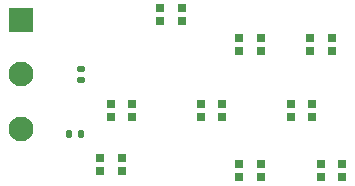
<source format=gbr>
%TF.GenerationSoftware,KiCad,Pcbnew,7.0.2*%
%TF.CreationDate,2023-06-01T20:05:06-06:00*%
%TF.ProjectId,ArmchairBarf,41726d63-6861-4697-9242-6172662e6b69,rev?*%
%TF.SameCoordinates,Original*%
%TF.FileFunction,Soldermask,Top*%
%TF.FilePolarity,Negative*%
%FSLAX46Y46*%
G04 Gerber Fmt 4.6, Leading zero omitted, Abs format (unit mm)*
G04 Created by KiCad (PCBNEW 7.0.2) date 2023-06-01 20:05:06*
%MOMM*%
%LPD*%
G01*
G04 APERTURE LIST*
G04 Aperture macros list*
%AMRoundRect*
0 Rectangle with rounded corners*
0 $1 Rounding radius*
0 $2 $3 $4 $5 $6 $7 $8 $9 X,Y pos of 4 corners*
0 Add a 4 corners polygon primitive as box body*
4,1,4,$2,$3,$4,$5,$6,$7,$8,$9,$2,$3,0*
0 Add four circle primitives for the rounded corners*
1,1,$1+$1,$2,$3*
1,1,$1+$1,$4,$5*
1,1,$1+$1,$6,$7*
1,1,$1+$1,$8,$9*
0 Add four rect primitives between the rounded corners*
20,1,$1+$1,$2,$3,$4,$5,0*
20,1,$1+$1,$4,$5,$6,$7,0*
20,1,$1+$1,$6,$7,$8,$9,0*
20,1,$1+$1,$8,$9,$2,$3,0*%
G04 Aperture macros list end*
%ADD10R,0.700000X0.700000*%
%ADD11RoundRect,0.140000X0.170000X-0.140000X0.170000X0.140000X-0.170000X0.140000X-0.170000X-0.140000X0*%
%ADD12RoundRect,0.250001X-0.799999X0.799999X-0.799999X-0.799999X0.799999X-0.799999X0.799999X0.799999X0*%
%ADD13C,2.100000*%
%ADD14RoundRect,0.135000X-0.135000X-0.185000X0.135000X-0.185000X0.135000X0.185000X-0.135000X0.185000X0*%
G04 APERTURE END LIST*
D10*
%TO.C,U9*%
X164390000Y-97620000D03*
X164390000Y-96520000D03*
X162560000Y-96520000D03*
X162560000Y-97620000D03*
%TD*%
%TO.C,U1*%
X163475000Y-102150000D03*
X163475000Y-101050000D03*
X161645000Y-101050000D03*
X161645000Y-102150000D03*
%TD*%
%TO.C,U2*%
X168555000Y-89450000D03*
X168555000Y-88350000D03*
X166725000Y-88350000D03*
X166725000Y-89450000D03*
%TD*%
%TO.C,U6*%
X182170000Y-102700000D03*
X182170000Y-101600000D03*
X180340000Y-101600000D03*
X180340000Y-102700000D03*
%TD*%
%TO.C,U5*%
X175260000Y-102700000D03*
X175260000Y-101600000D03*
X173430000Y-101600000D03*
X173430000Y-102700000D03*
%TD*%
D11*
%TO.C,C1*%
X160020000Y-94460000D03*
X160020000Y-93500000D03*
%TD*%
D10*
%TO.C,U3*%
X175260000Y-91990000D03*
X175260000Y-90890000D03*
X173430000Y-90890000D03*
X173430000Y-91990000D03*
%TD*%
%TO.C,U7*%
X179630000Y-97620000D03*
X179630000Y-96520000D03*
X177800000Y-96520000D03*
X177800000Y-97620000D03*
%TD*%
D12*
%TO.C,J1*%
X154940000Y-89380000D03*
D13*
X154940000Y-93980000D03*
X154940000Y-98580000D03*
%TD*%
D14*
%TO.C,R1*%
X159000000Y-99060000D03*
X160020000Y-99060000D03*
%TD*%
D10*
%TO.C,U4*%
X181255000Y-91990000D03*
X181255000Y-90890000D03*
X179425000Y-90890000D03*
X179425000Y-91990000D03*
%TD*%
%TO.C,U8*%
X172010000Y-97620000D03*
X172010000Y-96520000D03*
X170180000Y-96520000D03*
X170180000Y-97620000D03*
%TD*%
M02*

</source>
